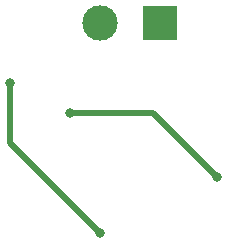
<source format=gbr>
%TF.GenerationSoftware,KiCad,Pcbnew,(6.0.10)*%
%TF.CreationDate,2023-02-16T14:18:03-08:00*%
%TF.ProjectId,lab4e2,6c616234-6532-42e6-9b69-6361645f7063,rev?*%
%TF.SameCoordinates,Original*%
%TF.FileFunction,Copper,L2,Bot*%
%TF.FilePolarity,Positive*%
%FSLAX46Y46*%
G04 Gerber Fmt 4.6, Leading zero omitted, Abs format (unit mm)*
G04 Created by KiCad (PCBNEW (6.0.10)) date 2023-02-16 14:18:03*
%MOMM*%
%LPD*%
G01*
G04 APERTURE LIST*
%TA.AperFunction,ComponentPad*%
%ADD10R,3.000000X3.000000*%
%TD*%
%TA.AperFunction,ComponentPad*%
%ADD11C,3.000000*%
%TD*%
%TA.AperFunction,ViaPad*%
%ADD12C,0.800000*%
%TD*%
%TA.AperFunction,Conductor*%
%ADD13C,0.508000*%
%TD*%
G04 APERTURE END LIST*
D10*
%TO.P,J1,1,Pin_1*%
%TO.N,+9V*%
X152400000Y-91440000D03*
D11*
%TO.P,J1,2,Pin_2*%
%TO.N,GND*%
X147320000Y-91440000D03*
%TD*%
D12*
%TO.N,/pin2*%
X157175872Y-104444128D03*
X144780000Y-99060000D03*
%TO.N,GND*%
X147320000Y-109220000D03*
X139700000Y-96520000D03*
%TD*%
D13*
%TO.N,/pin2*%
X151791744Y-99060000D02*
X144780000Y-99060000D01*
X157175872Y-104444128D02*
X151791744Y-99060000D01*
%TO.N,GND*%
X139700000Y-101600000D02*
X139700000Y-96520000D01*
X147320000Y-109220000D02*
X139700000Y-101600000D01*
%TD*%
M02*

</source>
